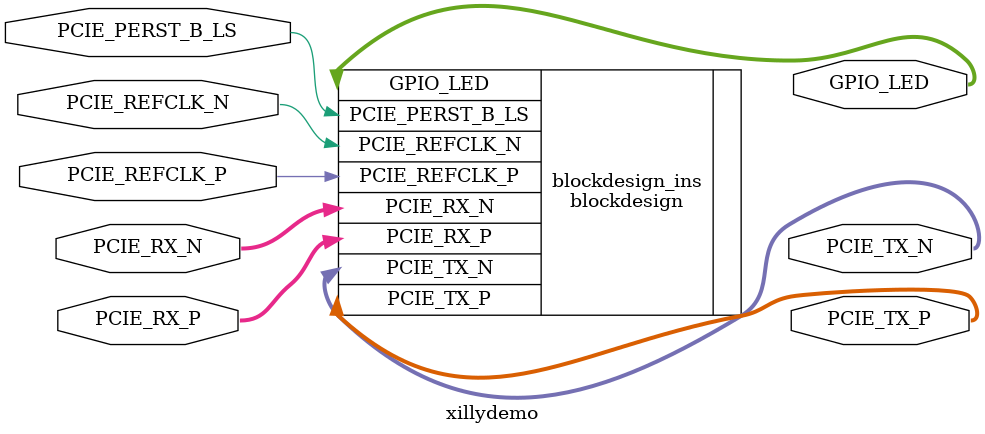
<source format=v>
module xillydemo
  (
   input  PCIE_PERST_B_LS,
   input  PCIE_REFCLK_N,
   input  PCIE_REFCLK_P,
   input [3:0] PCIE_RX_N,
   input [3:0] PCIE_RX_P,
   output [3:0] GPIO_LED,
   output [3:0] PCIE_TX_N,
   output [3:0] PCIE_TX_P
   );

   blockdesign blockdesign_ins
     (
      .PCIE_PERST_B_LS(PCIE_PERST_B_LS),
      .PCIE_REFCLK_N(PCIE_REFCLK_N),
      .PCIE_REFCLK_P(PCIE_REFCLK_P),
      .PCIE_RX_N(PCIE_RX_N),
      .PCIE_RX_P(PCIE_RX_P),
      .GPIO_LED(GPIO_LED),
      .PCIE_TX_N(PCIE_TX_N),
      .PCIE_TX_P(PCIE_TX_P)
      );   
endmodule

</source>
